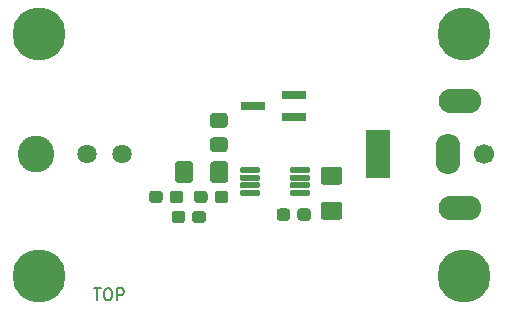
<source format=gbr>
%TF.GenerationSoftware,KiCad,Pcbnew,(5.1.6)-1*%
%TF.CreationDate,2022-05-27T14:19:17+02:00*%
%TF.ProjectId,Charger,43686172-6765-4722-9e6b-696361645f70,V1.0*%
%TF.SameCoordinates,Original*%
%TF.FileFunction,Soldermask,Top*%
%TF.FilePolarity,Negative*%
%FSLAX46Y46*%
G04 Gerber Fmt 4.6, Leading zero omitted, Abs format (unit mm)*
G04 Created by KiCad (PCBNEW (5.1.6)-1) date 2022-05-27 14:19:17*
%MOMM*%
%LPD*%
G01*
G04 APERTURE LIST*
%ADD10C,0.200000*%
%ADD11C,3.100000*%
%ADD12C,1.630000*%
%ADD13C,4.500000*%
%ADD14C,1.700000*%
%ADD15O,3.600000X2.100000*%
%ADD16O,2.100000X3.400000*%
%ADD17R,2.100000X4.100000*%
%ADD18R,2.100000X0.750000*%
G04 APERTURE END LIST*
D10*
X137690476Y-99552380D02*
X138261904Y-99552380D01*
X137976190Y-100552380D02*
X137976190Y-99552380D01*
X138785714Y-99552380D02*
X138976190Y-99552380D01*
X139071428Y-99600000D01*
X139166666Y-99695238D01*
X139214285Y-99885714D01*
X139214285Y-100219047D01*
X139166666Y-100409523D01*
X139071428Y-100504761D01*
X138976190Y-100552380D01*
X138785714Y-100552380D01*
X138690476Y-100504761D01*
X138595238Y-100409523D01*
X138547619Y-100219047D01*
X138547619Y-99885714D01*
X138595238Y-99695238D01*
X138690476Y-99600000D01*
X138785714Y-99552380D01*
X139642857Y-100552380D02*
X139642857Y-99552380D01*
X140023809Y-99552380D01*
X140119047Y-99600000D01*
X140166666Y-99647619D01*
X140214285Y-99742857D01*
X140214285Y-99885714D01*
X140166666Y-99980952D01*
X140119047Y-100028571D01*
X140023809Y-100076190D01*
X139642857Y-100076190D01*
D11*
%TO.C,J2*%
X132800000Y-88200000D03*
D12*
X140100000Y-88200000D03*
X137100000Y-88200000D03*
%TD*%
D13*
%TO.C,H4*%
X169000000Y-78000000D03*
%TD*%
%TO.C,H3*%
X169000000Y-98500000D03*
%TD*%
%TO.C,H2*%
X133000000Y-98500000D03*
%TD*%
%TO.C,H1*%
X133000000Y-78000000D03*
%TD*%
%TO.C,R1*%
G36*
G01*
X148738262Y-85950000D02*
X147781738Y-85950000D01*
G75*
G02*
X147510000Y-85678262I0J271738D01*
G01*
X147510000Y-84971738D01*
G75*
G02*
X147781738Y-84700000I271738J0D01*
G01*
X148738262Y-84700000D01*
G75*
G02*
X149010000Y-84971738I0J-271738D01*
G01*
X149010000Y-85678262D01*
G75*
G02*
X148738262Y-85950000I-271738J0D01*
G01*
G37*
G36*
G01*
X148738262Y-88000000D02*
X147781738Y-88000000D01*
G75*
G02*
X147510000Y-87728262I0J271738D01*
G01*
X147510000Y-87021738D01*
G75*
G02*
X147781738Y-86750000I271738J0D01*
G01*
X148738262Y-86750000D01*
G75*
G02*
X149010000Y-87021738I0J-271738D01*
G01*
X149010000Y-87728262D01*
G75*
G02*
X148738262Y-88000000I-271738J0D01*
G01*
G37*
%TD*%
%TO.C,U1*%
G36*
G01*
X154250000Y-89650000D02*
X154250000Y-89400000D01*
G75*
G02*
X154375000Y-89275000I125000J0D01*
G01*
X155850000Y-89275000D01*
G75*
G02*
X155975000Y-89400000I0J-125000D01*
G01*
X155975000Y-89650000D01*
G75*
G02*
X155850000Y-89775000I-125000J0D01*
G01*
X154375000Y-89775000D01*
G75*
G02*
X154250000Y-89650000I0J125000D01*
G01*
G37*
G36*
G01*
X154250000Y-90300000D02*
X154250000Y-90050000D01*
G75*
G02*
X154375000Y-89925000I125000J0D01*
G01*
X155850000Y-89925000D01*
G75*
G02*
X155975000Y-90050000I0J-125000D01*
G01*
X155975000Y-90300000D01*
G75*
G02*
X155850000Y-90425000I-125000J0D01*
G01*
X154375000Y-90425000D01*
G75*
G02*
X154250000Y-90300000I0J125000D01*
G01*
G37*
G36*
G01*
X154250000Y-90950000D02*
X154250000Y-90700000D01*
G75*
G02*
X154375000Y-90575000I125000J0D01*
G01*
X155850000Y-90575000D01*
G75*
G02*
X155975000Y-90700000I0J-125000D01*
G01*
X155975000Y-90950000D01*
G75*
G02*
X155850000Y-91075000I-125000J0D01*
G01*
X154375000Y-91075000D01*
G75*
G02*
X154250000Y-90950000I0J125000D01*
G01*
G37*
G36*
G01*
X154250000Y-91600000D02*
X154250000Y-91350000D01*
G75*
G02*
X154375000Y-91225000I125000J0D01*
G01*
X155850000Y-91225000D01*
G75*
G02*
X155975000Y-91350000I0J-125000D01*
G01*
X155975000Y-91600000D01*
G75*
G02*
X155850000Y-91725000I-125000J0D01*
G01*
X154375000Y-91725000D01*
G75*
G02*
X154250000Y-91600000I0J125000D01*
G01*
G37*
G36*
G01*
X150025000Y-91600000D02*
X150025000Y-91350000D01*
G75*
G02*
X150150000Y-91225000I125000J0D01*
G01*
X151625000Y-91225000D01*
G75*
G02*
X151750000Y-91350000I0J-125000D01*
G01*
X151750000Y-91600000D01*
G75*
G02*
X151625000Y-91725000I-125000J0D01*
G01*
X150150000Y-91725000D01*
G75*
G02*
X150025000Y-91600000I0J125000D01*
G01*
G37*
G36*
G01*
X150025000Y-90950000D02*
X150025000Y-90700000D01*
G75*
G02*
X150150000Y-90575000I125000J0D01*
G01*
X151625000Y-90575000D01*
G75*
G02*
X151750000Y-90700000I0J-125000D01*
G01*
X151750000Y-90950000D01*
G75*
G02*
X151625000Y-91075000I-125000J0D01*
G01*
X150150000Y-91075000D01*
G75*
G02*
X150025000Y-90950000I0J125000D01*
G01*
G37*
G36*
G01*
X150025000Y-90300000D02*
X150025000Y-90050000D01*
G75*
G02*
X150150000Y-89925000I125000J0D01*
G01*
X151625000Y-89925000D01*
G75*
G02*
X151750000Y-90050000I0J-125000D01*
G01*
X151750000Y-90300000D01*
G75*
G02*
X151625000Y-90425000I-125000J0D01*
G01*
X150150000Y-90425000D01*
G75*
G02*
X150025000Y-90300000I0J125000D01*
G01*
G37*
G36*
G01*
X150025000Y-89650000D02*
X150025000Y-89400000D01*
G75*
G02*
X150150000Y-89275000I125000J0D01*
G01*
X151625000Y-89275000D01*
G75*
G02*
X151750000Y-89400000I0J-125000D01*
G01*
X151750000Y-89650000D01*
G75*
G02*
X151625000Y-89775000I-125000J0D01*
G01*
X150150000Y-89775000D01*
G75*
G02*
X150025000Y-89650000I0J125000D01*
G01*
G37*
%TD*%
D14*
%TO.C,J1*%
X170700000Y-88200000D03*
D15*
X168700000Y-83700000D03*
X168700000Y-92700000D03*
D16*
X167700000Y-88200000D03*
D17*
X161700000Y-88200000D03*
%TD*%
%TO.C,R3*%
G36*
G01*
X145400000Y-93237500D02*
X145400000Y-93762500D01*
G75*
G02*
X145137500Y-94025000I-262500J0D01*
G01*
X144512500Y-94025000D01*
G75*
G02*
X144250000Y-93762500I0J262500D01*
G01*
X144250000Y-93237500D01*
G75*
G02*
X144512500Y-92975000I262500J0D01*
G01*
X145137500Y-92975000D01*
G75*
G02*
X145400000Y-93237500I0J-262500D01*
G01*
G37*
G36*
G01*
X147150000Y-93237500D02*
X147150000Y-93762500D01*
G75*
G02*
X146887500Y-94025000I-262500J0D01*
G01*
X146262500Y-94025000D01*
G75*
G02*
X146000000Y-93762500I0J262500D01*
G01*
X146000000Y-93237500D01*
G75*
G02*
X146262500Y-92975000I262500J0D01*
G01*
X146887500Y-92975000D01*
G75*
G02*
X147150000Y-93237500I0J-262500D01*
G01*
G37*
%TD*%
%TO.C,R2*%
G36*
G01*
X143500000Y-91537500D02*
X143500000Y-92062500D01*
G75*
G02*
X143237500Y-92325000I-262500J0D01*
G01*
X142612500Y-92325000D01*
G75*
G02*
X142350000Y-92062500I0J262500D01*
G01*
X142350000Y-91537500D01*
G75*
G02*
X142612500Y-91275000I262500J0D01*
G01*
X143237500Y-91275000D01*
G75*
G02*
X143500000Y-91537500I0J-262500D01*
G01*
G37*
G36*
G01*
X145250000Y-91537500D02*
X145250000Y-92062500D01*
G75*
G02*
X144987500Y-92325000I-262500J0D01*
G01*
X144362500Y-92325000D01*
G75*
G02*
X144100000Y-92062500I0J262500D01*
G01*
X144100000Y-91537500D01*
G75*
G02*
X144362500Y-91275000I262500J0D01*
G01*
X144987500Y-91275000D01*
G75*
G02*
X145250000Y-91537500I0J-262500D01*
G01*
G37*
%TD*%
D18*
%TO.C,Q1*%
X151190000Y-84100000D03*
X154610000Y-83150000D03*
X154610000Y-85050000D03*
%TD*%
%TO.C,D1*%
G36*
G01*
X147300000Y-91537500D02*
X147300000Y-92062500D01*
G75*
G02*
X147037500Y-92325000I-262500J0D01*
G01*
X146412500Y-92325000D01*
G75*
G02*
X146150000Y-92062500I0J262500D01*
G01*
X146150000Y-91537500D01*
G75*
G02*
X146412500Y-91275000I262500J0D01*
G01*
X147037500Y-91275000D01*
G75*
G02*
X147300000Y-91537500I0J-262500D01*
G01*
G37*
G36*
G01*
X149050000Y-91537500D02*
X149050000Y-92062500D01*
G75*
G02*
X148787500Y-92325000I-262500J0D01*
G01*
X148162500Y-92325000D01*
G75*
G02*
X147900000Y-92062500I0J262500D01*
G01*
X147900000Y-91537500D01*
G75*
G02*
X148162500Y-91275000I262500J0D01*
G01*
X148787500Y-91275000D01*
G75*
G02*
X149050000Y-91537500I0J-262500D01*
G01*
G37*
%TD*%
%TO.C,C3*%
G36*
G01*
X154300000Y-93037500D02*
X154300000Y-93562500D01*
G75*
G02*
X154037500Y-93825000I-262500J0D01*
G01*
X153412500Y-93825000D01*
G75*
G02*
X153150000Y-93562500I0J262500D01*
G01*
X153150000Y-93037500D01*
G75*
G02*
X153412500Y-92775000I262500J0D01*
G01*
X154037500Y-92775000D01*
G75*
G02*
X154300000Y-93037500I0J-262500D01*
G01*
G37*
G36*
G01*
X156050000Y-93037500D02*
X156050000Y-93562500D01*
G75*
G02*
X155787500Y-93825000I-262500J0D01*
G01*
X155162500Y-93825000D01*
G75*
G02*
X154900000Y-93562500I0J262500D01*
G01*
X154900000Y-93037500D01*
G75*
G02*
X155162500Y-92775000I262500J0D01*
G01*
X155787500Y-92775000D01*
G75*
G02*
X156050000Y-93037500I0J-262500D01*
G01*
G37*
%TD*%
%TO.C,C2*%
G36*
G01*
X157142544Y-92225000D02*
X158457456Y-92225000D01*
G75*
G02*
X158725000Y-92492544I0J-267544D01*
G01*
X158725000Y-93482456D01*
G75*
G02*
X158457456Y-93750000I-267544J0D01*
G01*
X157142544Y-93750000D01*
G75*
G02*
X156875000Y-93482456I0J267544D01*
G01*
X156875000Y-92492544D01*
G75*
G02*
X157142544Y-92225000I267544J0D01*
G01*
G37*
G36*
G01*
X157142544Y-89250000D02*
X158457456Y-89250000D01*
G75*
G02*
X158725000Y-89517544I0J-267544D01*
G01*
X158725000Y-90507456D01*
G75*
G02*
X158457456Y-90775000I-267544J0D01*
G01*
X157142544Y-90775000D01*
G75*
G02*
X156875000Y-90507456I0J267544D01*
G01*
X156875000Y-89517544D01*
G75*
G02*
X157142544Y-89250000I267544J0D01*
G01*
G37*
%TD*%
%TO.C,C1*%
G36*
G01*
X146075000Y-89042544D02*
X146075000Y-90357456D01*
G75*
G02*
X145807456Y-90625000I-267544J0D01*
G01*
X144817544Y-90625000D01*
G75*
G02*
X144550000Y-90357456I0J267544D01*
G01*
X144550000Y-89042544D01*
G75*
G02*
X144817544Y-88775000I267544J0D01*
G01*
X145807456Y-88775000D01*
G75*
G02*
X146075000Y-89042544I0J-267544D01*
G01*
G37*
G36*
G01*
X149050000Y-89042544D02*
X149050000Y-90357456D01*
G75*
G02*
X148782456Y-90625000I-267544J0D01*
G01*
X147792544Y-90625000D01*
G75*
G02*
X147525000Y-90357456I0J267544D01*
G01*
X147525000Y-89042544D01*
G75*
G02*
X147792544Y-88775000I267544J0D01*
G01*
X148782456Y-88775000D01*
G75*
G02*
X149050000Y-89042544I0J-267544D01*
G01*
G37*
%TD*%
M02*

</source>
